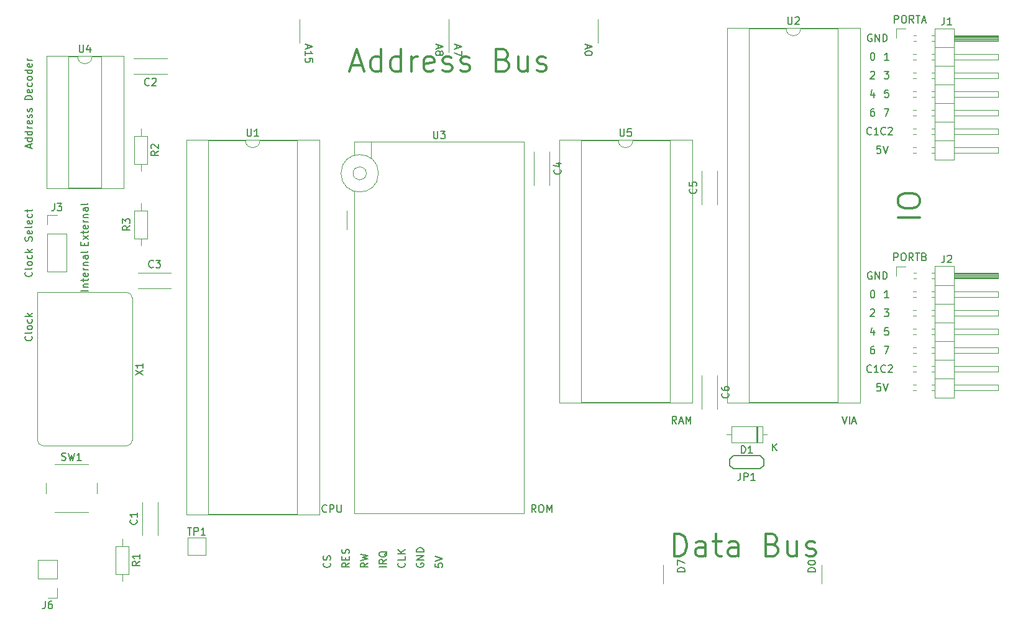
<source format=gbr>
G04 #@! TF.GenerationSoftware,KiCad,Pcbnew,(5.1.5-0-10_14)*
G04 #@! TF.CreationDate,2020-11-20T10:26:45+01:00*
G04 #@! TF.ProjectId,6502,36353032-2e6b-4696-9361-645f70636258,rev?*
G04 #@! TF.SameCoordinates,Original*
G04 #@! TF.FileFunction,Legend,Top*
G04 #@! TF.FilePolarity,Positive*
%FSLAX46Y46*%
G04 Gerber Fmt 4.6, Leading zero omitted, Abs format (unit mm)*
G04 Created by KiCad (PCBNEW (5.1.5-0-10_14)) date 2020-11-20 10:26:45*
%MOMM*%
%LPD*%
G04 APERTURE LIST*
%ADD10C,0.150000*%
%ADD11C,0.120000*%
%ADD12C,0.300000*%
G04 APERTURE END LIST*
D10*
X131532380Y-128728214D02*
X131532380Y-129204404D01*
X132008571Y-129252023D01*
X131960952Y-129204404D01*
X131913333Y-129109166D01*
X131913333Y-128871071D01*
X131960952Y-128775833D01*
X132008571Y-128728214D01*
X132103809Y-128680595D01*
X132341904Y-128680595D01*
X132437142Y-128728214D01*
X132484761Y-128775833D01*
X132532380Y-128871071D01*
X132532380Y-129109166D01*
X132484761Y-129204404D01*
X132437142Y-129252023D01*
X131532380Y-128394880D02*
X132532380Y-128061547D01*
X131532380Y-127728214D01*
X129040000Y-128680595D02*
X128992380Y-128775833D01*
X128992380Y-128918690D01*
X129040000Y-129061547D01*
X129135238Y-129156785D01*
X129230476Y-129204404D01*
X129420952Y-129252023D01*
X129563809Y-129252023D01*
X129754285Y-129204404D01*
X129849523Y-129156785D01*
X129944761Y-129061547D01*
X129992380Y-128918690D01*
X129992380Y-128823452D01*
X129944761Y-128680595D01*
X129897142Y-128632976D01*
X129563809Y-128632976D01*
X129563809Y-128823452D01*
X129992380Y-128204404D02*
X128992380Y-128204404D01*
X129992380Y-127632976D01*
X128992380Y-127632976D01*
X129992380Y-127156785D02*
X128992380Y-127156785D01*
X128992380Y-126918690D01*
X129040000Y-126775833D01*
X129135238Y-126680595D01*
X129230476Y-126632976D01*
X129420952Y-126585357D01*
X129563809Y-126585357D01*
X129754285Y-126632976D01*
X129849523Y-126680595D01*
X129944761Y-126775833D01*
X129992380Y-126918690D01*
X129992380Y-127156785D01*
X127357142Y-128632976D02*
X127404761Y-128680595D01*
X127452380Y-128823452D01*
X127452380Y-128918690D01*
X127404761Y-129061547D01*
X127309523Y-129156785D01*
X127214285Y-129204404D01*
X127023809Y-129252023D01*
X126880952Y-129252023D01*
X126690476Y-129204404D01*
X126595238Y-129156785D01*
X126500000Y-129061547D01*
X126452380Y-128918690D01*
X126452380Y-128823452D01*
X126500000Y-128680595D01*
X126547619Y-128632976D01*
X127452380Y-127728214D02*
X127452380Y-128204404D01*
X126452380Y-128204404D01*
X127452380Y-127394880D02*
X126452380Y-127394880D01*
X127452380Y-126823452D02*
X126880952Y-127252023D01*
X126452380Y-126823452D02*
X127023809Y-127394880D01*
X124912380Y-129204404D02*
X123912380Y-129204404D01*
X124912380Y-128156785D02*
X124436190Y-128490119D01*
X124912380Y-128728214D02*
X123912380Y-128728214D01*
X123912380Y-128347261D01*
X123960000Y-128252023D01*
X124007619Y-128204404D01*
X124102857Y-128156785D01*
X124245714Y-128156785D01*
X124340952Y-128204404D01*
X124388571Y-128252023D01*
X124436190Y-128347261D01*
X124436190Y-128728214D01*
X125007619Y-127061547D02*
X124960000Y-127156785D01*
X124864761Y-127252023D01*
X124721904Y-127394880D01*
X124674285Y-127490119D01*
X124674285Y-127585357D01*
X124912380Y-127537738D02*
X124864761Y-127632976D01*
X124769523Y-127728214D01*
X124579047Y-127775833D01*
X124245714Y-127775833D01*
X124055238Y-127728214D01*
X123960000Y-127632976D01*
X123912380Y-127537738D01*
X123912380Y-127347261D01*
X123960000Y-127252023D01*
X124055238Y-127156785D01*
X124245714Y-127109166D01*
X124579047Y-127109166D01*
X124769523Y-127156785D01*
X124864761Y-127252023D01*
X124912380Y-127347261D01*
X124912380Y-127537738D01*
X122372380Y-128632976D02*
X121896190Y-128966309D01*
X122372380Y-129204404D02*
X121372380Y-129204404D01*
X121372380Y-128823452D01*
X121420000Y-128728214D01*
X121467619Y-128680595D01*
X121562857Y-128632976D01*
X121705714Y-128632976D01*
X121800952Y-128680595D01*
X121848571Y-128728214D01*
X121896190Y-128823452D01*
X121896190Y-129204404D01*
X121372380Y-128299642D02*
X122372380Y-128061547D01*
X121658095Y-127871071D01*
X122372380Y-127680595D01*
X121372380Y-127442500D01*
X119832380Y-128632976D02*
X119356190Y-128966309D01*
X119832380Y-129204404D02*
X118832380Y-129204404D01*
X118832380Y-128823452D01*
X118880000Y-128728214D01*
X118927619Y-128680595D01*
X119022857Y-128632976D01*
X119165714Y-128632976D01*
X119260952Y-128680595D01*
X119308571Y-128728214D01*
X119356190Y-128823452D01*
X119356190Y-129204404D01*
X119308571Y-128204404D02*
X119308571Y-127871071D01*
X119832380Y-127728214D02*
X119832380Y-128204404D01*
X118832380Y-128204404D01*
X118832380Y-127728214D01*
X119784761Y-127347261D02*
X119832380Y-127204404D01*
X119832380Y-126966309D01*
X119784761Y-126871071D01*
X119737142Y-126823452D01*
X119641904Y-126775833D01*
X119546666Y-126775833D01*
X119451428Y-126823452D01*
X119403809Y-126871071D01*
X119356190Y-126966309D01*
X119308571Y-127156785D01*
X119260952Y-127252023D01*
X119213333Y-127299642D01*
X119118095Y-127347261D01*
X119022857Y-127347261D01*
X118927619Y-127299642D01*
X118880000Y-127252023D01*
X118832380Y-127156785D01*
X118832380Y-126918690D01*
X118880000Y-126775833D01*
X117197142Y-128632976D02*
X117244761Y-128680595D01*
X117292380Y-128823452D01*
X117292380Y-128918690D01*
X117244761Y-129061547D01*
X117149523Y-129156785D01*
X117054285Y-129204404D01*
X116863809Y-129252023D01*
X116720952Y-129252023D01*
X116530476Y-129204404D01*
X116435238Y-129156785D01*
X116340000Y-129061547D01*
X116292380Y-128918690D01*
X116292380Y-128823452D01*
X116340000Y-128680595D01*
X116387619Y-128632976D01*
X117244761Y-128252023D02*
X117292380Y-128109166D01*
X117292380Y-127871071D01*
X117244761Y-127775833D01*
X117197142Y-127728214D01*
X117101904Y-127680595D01*
X117006666Y-127680595D01*
X116911428Y-127728214D01*
X116863809Y-127775833D01*
X116816190Y-127871071D01*
X116768571Y-128061547D01*
X116720952Y-128156785D01*
X116673333Y-128204404D01*
X116578095Y-128252023D01*
X116482857Y-128252023D01*
X116387619Y-128204404D01*
X116340000Y-128156785D01*
X116292380Y-128061547D01*
X116292380Y-127823452D01*
X116340000Y-127680595D01*
D11*
X133350000Y-59055000D02*
X133350000Y-54610000D01*
D10*
X134453333Y-58072976D02*
X134453333Y-58549166D01*
X134167619Y-57977738D02*
X135167619Y-58311071D01*
X134167619Y-58644404D01*
X135167619Y-58882500D02*
X135167619Y-59549166D01*
X134167619Y-59120595D01*
X131913333Y-58072976D02*
X131913333Y-58549166D01*
X131627619Y-57977738D02*
X132627619Y-58311071D01*
X131627619Y-58644404D01*
X132199047Y-59120595D02*
X132246666Y-59025357D01*
X132294285Y-58977738D01*
X132389523Y-58930119D01*
X132437142Y-58930119D01*
X132532380Y-58977738D01*
X132580000Y-59025357D01*
X132627619Y-59120595D01*
X132627619Y-59311071D01*
X132580000Y-59406309D01*
X132532380Y-59453928D01*
X132437142Y-59501547D01*
X132389523Y-59501547D01*
X132294285Y-59453928D01*
X132246666Y-59406309D01*
X132199047Y-59311071D01*
X132199047Y-59120595D01*
X132151428Y-59025357D01*
X132103809Y-58977738D01*
X132008571Y-58930119D01*
X131818095Y-58930119D01*
X131722857Y-58977738D01*
X131675238Y-59025357D01*
X131627619Y-59120595D01*
X131627619Y-59311071D01*
X131675238Y-59406309D01*
X131722857Y-59453928D01*
X131818095Y-59501547D01*
X132008571Y-59501547D01*
X132103809Y-59453928D01*
X132151428Y-59406309D01*
X132199047Y-59311071D01*
X183332380Y-129839404D02*
X182332380Y-129839404D01*
X182332380Y-129601309D01*
X182380000Y-129458452D01*
X182475238Y-129363214D01*
X182570476Y-129315595D01*
X182760952Y-129267976D01*
X182903809Y-129267976D01*
X183094285Y-129315595D01*
X183189523Y-129363214D01*
X183284761Y-129458452D01*
X183332380Y-129601309D01*
X183332380Y-129839404D01*
X182332380Y-128648928D02*
X182332380Y-128553690D01*
X182380000Y-128458452D01*
X182427619Y-128410833D01*
X182522857Y-128363214D01*
X182713333Y-128315595D01*
X182951428Y-128315595D01*
X183141904Y-128363214D01*
X183237142Y-128410833D01*
X183284761Y-128458452D01*
X183332380Y-128553690D01*
X183332380Y-128648928D01*
X183284761Y-128744166D01*
X183237142Y-128791785D01*
X183141904Y-128839404D01*
X182951428Y-128887023D01*
X182713333Y-128887023D01*
X182522857Y-128839404D01*
X182427619Y-128791785D01*
X182380000Y-128744166D01*
X182332380Y-128648928D01*
X165552380Y-129839404D02*
X164552380Y-129839404D01*
X164552380Y-129601309D01*
X164600000Y-129458452D01*
X164695238Y-129363214D01*
X164790476Y-129315595D01*
X164980952Y-129267976D01*
X165123809Y-129267976D01*
X165314285Y-129315595D01*
X165409523Y-129363214D01*
X165504761Y-129458452D01*
X165552380Y-129601309D01*
X165552380Y-129839404D01*
X164552380Y-128934642D02*
X164552380Y-128267976D01*
X165552380Y-128696547D01*
D11*
X184150000Y-131445000D02*
X184150000Y-128905000D01*
X162560000Y-131445000D02*
X162560000Y-128905000D01*
D10*
X114133333Y-58072976D02*
X114133333Y-58549166D01*
X113847619Y-57977738D02*
X114847619Y-58311071D01*
X113847619Y-58644404D01*
X113847619Y-59501547D02*
X113847619Y-58930119D01*
X113847619Y-59215833D02*
X114847619Y-59215833D01*
X114704761Y-59120595D01*
X114609523Y-59025357D01*
X114561904Y-58930119D01*
X114847619Y-60406309D02*
X114847619Y-59930119D01*
X114371428Y-59882500D01*
X114419047Y-59930119D01*
X114466666Y-60025357D01*
X114466666Y-60263452D01*
X114419047Y-60358690D01*
X114371428Y-60406309D01*
X114276190Y-60453928D01*
X114038095Y-60453928D01*
X113942857Y-60406309D01*
X113895238Y-60358690D01*
X113847619Y-60263452D01*
X113847619Y-60025357D01*
X113895238Y-59930119D01*
X113942857Y-59882500D01*
X152233333Y-58072976D02*
X152233333Y-58549166D01*
X151947619Y-57977738D02*
X152947619Y-58311071D01*
X151947619Y-58644404D01*
X152947619Y-59168214D02*
X152947619Y-59263452D01*
X152900000Y-59358690D01*
X152852380Y-59406309D01*
X152757142Y-59453928D01*
X152566666Y-59501547D01*
X152328571Y-59501547D01*
X152138095Y-59453928D01*
X152042857Y-59406309D01*
X151995238Y-59358690D01*
X151947619Y-59263452D01*
X151947619Y-59168214D01*
X151995238Y-59072976D01*
X152042857Y-59025357D01*
X152138095Y-58977738D01*
X152328571Y-58930119D01*
X152566666Y-58930119D01*
X152757142Y-58977738D01*
X152852380Y-59025357D01*
X152900000Y-59072976D01*
X152947619Y-59168214D01*
D11*
X113030000Y-57785000D02*
X113030000Y-54610000D01*
X153670000Y-57785000D02*
X153670000Y-54610000D01*
D10*
X76557142Y-97758095D02*
X76604761Y-97805714D01*
X76652380Y-97948571D01*
X76652380Y-98043809D01*
X76604761Y-98186666D01*
X76509523Y-98281904D01*
X76414285Y-98329523D01*
X76223809Y-98377142D01*
X76080952Y-98377142D01*
X75890476Y-98329523D01*
X75795238Y-98281904D01*
X75700000Y-98186666D01*
X75652380Y-98043809D01*
X75652380Y-97948571D01*
X75700000Y-97805714D01*
X75747619Y-97758095D01*
X76652380Y-97186666D02*
X76604761Y-97281904D01*
X76509523Y-97329523D01*
X75652380Y-97329523D01*
X76652380Y-96662857D02*
X76604761Y-96758095D01*
X76557142Y-96805714D01*
X76461904Y-96853333D01*
X76176190Y-96853333D01*
X76080952Y-96805714D01*
X76033333Y-96758095D01*
X75985714Y-96662857D01*
X75985714Y-96520000D01*
X76033333Y-96424761D01*
X76080952Y-96377142D01*
X76176190Y-96329523D01*
X76461904Y-96329523D01*
X76557142Y-96377142D01*
X76604761Y-96424761D01*
X76652380Y-96520000D01*
X76652380Y-96662857D01*
X76604761Y-95472380D02*
X76652380Y-95567619D01*
X76652380Y-95758095D01*
X76604761Y-95853333D01*
X76557142Y-95900952D01*
X76461904Y-95948571D01*
X76176190Y-95948571D01*
X76080952Y-95900952D01*
X76033333Y-95853333D01*
X75985714Y-95758095D01*
X75985714Y-95567619D01*
X76033333Y-95472380D01*
X76652380Y-95043809D02*
X75652380Y-95043809D01*
X76271428Y-94948571D02*
X76652380Y-94662857D01*
X75985714Y-94662857D02*
X76366666Y-95043809D01*
X76366666Y-72111428D02*
X76366666Y-71635238D01*
X76652380Y-72206666D02*
X75652380Y-71873333D01*
X76652380Y-71540000D01*
X76652380Y-70778095D02*
X75652380Y-70778095D01*
X76604761Y-70778095D02*
X76652380Y-70873333D01*
X76652380Y-71063809D01*
X76604761Y-71159047D01*
X76557142Y-71206666D01*
X76461904Y-71254285D01*
X76176190Y-71254285D01*
X76080952Y-71206666D01*
X76033333Y-71159047D01*
X75985714Y-71063809D01*
X75985714Y-70873333D01*
X76033333Y-70778095D01*
X76652380Y-69873333D02*
X75652380Y-69873333D01*
X76604761Y-69873333D02*
X76652380Y-69968571D01*
X76652380Y-70159047D01*
X76604761Y-70254285D01*
X76557142Y-70301904D01*
X76461904Y-70349523D01*
X76176190Y-70349523D01*
X76080952Y-70301904D01*
X76033333Y-70254285D01*
X75985714Y-70159047D01*
X75985714Y-69968571D01*
X76033333Y-69873333D01*
X76652380Y-69397142D02*
X75985714Y-69397142D01*
X76176190Y-69397142D02*
X76080952Y-69349523D01*
X76033333Y-69301904D01*
X75985714Y-69206666D01*
X75985714Y-69111428D01*
X76604761Y-68397142D02*
X76652380Y-68492380D01*
X76652380Y-68682857D01*
X76604761Y-68778095D01*
X76509523Y-68825714D01*
X76128571Y-68825714D01*
X76033333Y-68778095D01*
X75985714Y-68682857D01*
X75985714Y-68492380D01*
X76033333Y-68397142D01*
X76128571Y-68349523D01*
X76223809Y-68349523D01*
X76319047Y-68825714D01*
X76604761Y-67968571D02*
X76652380Y-67873333D01*
X76652380Y-67682857D01*
X76604761Y-67587619D01*
X76509523Y-67540000D01*
X76461904Y-67540000D01*
X76366666Y-67587619D01*
X76319047Y-67682857D01*
X76319047Y-67825714D01*
X76271428Y-67920952D01*
X76176190Y-67968571D01*
X76128571Y-67968571D01*
X76033333Y-67920952D01*
X75985714Y-67825714D01*
X75985714Y-67682857D01*
X76033333Y-67587619D01*
X76604761Y-67159047D02*
X76652380Y-67063809D01*
X76652380Y-66873333D01*
X76604761Y-66778095D01*
X76509523Y-66730476D01*
X76461904Y-66730476D01*
X76366666Y-66778095D01*
X76319047Y-66873333D01*
X76319047Y-67016190D01*
X76271428Y-67111428D01*
X76176190Y-67159047D01*
X76128571Y-67159047D01*
X76033333Y-67111428D01*
X75985714Y-67016190D01*
X75985714Y-66873333D01*
X76033333Y-66778095D01*
X76652380Y-65540000D02*
X75652380Y-65540000D01*
X75652380Y-65301904D01*
X75700000Y-65159047D01*
X75795238Y-65063809D01*
X75890476Y-65016190D01*
X76080952Y-64968571D01*
X76223809Y-64968571D01*
X76414285Y-65016190D01*
X76509523Y-65063809D01*
X76604761Y-65159047D01*
X76652380Y-65301904D01*
X76652380Y-65540000D01*
X76604761Y-64159047D02*
X76652380Y-64254285D01*
X76652380Y-64444761D01*
X76604761Y-64540000D01*
X76509523Y-64587619D01*
X76128571Y-64587619D01*
X76033333Y-64540000D01*
X75985714Y-64444761D01*
X75985714Y-64254285D01*
X76033333Y-64159047D01*
X76128571Y-64111428D01*
X76223809Y-64111428D01*
X76319047Y-64587619D01*
X76604761Y-63254285D02*
X76652380Y-63349523D01*
X76652380Y-63540000D01*
X76604761Y-63635238D01*
X76557142Y-63682857D01*
X76461904Y-63730476D01*
X76176190Y-63730476D01*
X76080952Y-63682857D01*
X76033333Y-63635238D01*
X75985714Y-63540000D01*
X75985714Y-63349523D01*
X76033333Y-63254285D01*
X76652380Y-62682857D02*
X76604761Y-62778095D01*
X76557142Y-62825714D01*
X76461904Y-62873333D01*
X76176190Y-62873333D01*
X76080952Y-62825714D01*
X76033333Y-62778095D01*
X75985714Y-62682857D01*
X75985714Y-62540000D01*
X76033333Y-62444761D01*
X76080952Y-62397142D01*
X76176190Y-62349523D01*
X76461904Y-62349523D01*
X76557142Y-62397142D01*
X76604761Y-62444761D01*
X76652380Y-62540000D01*
X76652380Y-62682857D01*
X76652380Y-61492380D02*
X75652380Y-61492380D01*
X76604761Y-61492380D02*
X76652380Y-61587619D01*
X76652380Y-61778095D01*
X76604761Y-61873333D01*
X76557142Y-61920952D01*
X76461904Y-61968571D01*
X76176190Y-61968571D01*
X76080952Y-61920952D01*
X76033333Y-61873333D01*
X75985714Y-61778095D01*
X75985714Y-61587619D01*
X76033333Y-61492380D01*
X76604761Y-60635238D02*
X76652380Y-60730476D01*
X76652380Y-60920952D01*
X76604761Y-61016190D01*
X76509523Y-61063809D01*
X76128571Y-61063809D01*
X76033333Y-61016190D01*
X75985714Y-60920952D01*
X75985714Y-60730476D01*
X76033333Y-60635238D01*
X76128571Y-60587619D01*
X76223809Y-60587619D01*
X76319047Y-61063809D01*
X76652380Y-60159047D02*
X75985714Y-60159047D01*
X76176190Y-60159047D02*
X76080952Y-60111428D01*
X76033333Y-60063809D01*
X75985714Y-59968571D01*
X75985714Y-59873333D01*
X192214523Y-104227380D02*
X191738333Y-104227380D01*
X191690714Y-104703571D01*
X191738333Y-104655952D01*
X191833571Y-104608333D01*
X192071666Y-104608333D01*
X192166904Y-104655952D01*
X192214523Y-104703571D01*
X192262142Y-104798809D01*
X192262142Y-105036904D01*
X192214523Y-105132142D01*
X192166904Y-105179761D01*
X192071666Y-105227380D01*
X191833571Y-105227380D01*
X191738333Y-105179761D01*
X191690714Y-105132142D01*
X192547857Y-104227380D02*
X192881190Y-105227380D01*
X193214523Y-104227380D01*
X191325476Y-99147380D02*
X191135000Y-99147380D01*
X191039761Y-99195000D01*
X190992142Y-99242619D01*
X190896904Y-99385476D01*
X190849285Y-99575952D01*
X190849285Y-99956904D01*
X190896904Y-100052142D01*
X190944523Y-100099761D01*
X191039761Y-100147380D01*
X191230238Y-100147380D01*
X191325476Y-100099761D01*
X191373095Y-100052142D01*
X191420714Y-99956904D01*
X191420714Y-99718809D01*
X191373095Y-99623571D01*
X191325476Y-99575952D01*
X191230238Y-99528333D01*
X191039761Y-99528333D01*
X190944523Y-99575952D01*
X190896904Y-99623571D01*
X190849285Y-99718809D01*
X192873333Y-102592142D02*
X192825714Y-102639761D01*
X192682857Y-102687380D01*
X192587619Y-102687380D01*
X192444761Y-102639761D01*
X192349523Y-102544523D01*
X192301904Y-102449285D01*
X192254285Y-102258809D01*
X192254285Y-102115952D01*
X192301904Y-101925476D01*
X192349523Y-101830238D01*
X192444761Y-101735000D01*
X192587619Y-101687380D01*
X192682857Y-101687380D01*
X192825714Y-101735000D01*
X192873333Y-101782619D01*
X193254285Y-101782619D02*
X193301904Y-101735000D01*
X193397142Y-101687380D01*
X193635238Y-101687380D01*
X193730476Y-101735000D01*
X193778095Y-101782619D01*
X193825714Y-101877857D01*
X193825714Y-101973095D01*
X193778095Y-102115952D01*
X193206666Y-102687380D01*
X193825714Y-102687380D01*
X192706666Y-99147380D02*
X193373333Y-99147380D01*
X192944761Y-100147380D01*
X193325714Y-92527380D02*
X192754285Y-92527380D01*
X193040000Y-92527380D02*
X193040000Y-91527380D01*
X192944761Y-91670238D01*
X192849523Y-91765476D01*
X192754285Y-91813095D01*
X191087380Y-91527380D02*
X191182619Y-91527380D01*
X191277857Y-91575000D01*
X191325476Y-91622619D01*
X191373095Y-91717857D01*
X191420714Y-91908333D01*
X191420714Y-92146428D01*
X191373095Y-92336904D01*
X191325476Y-92432142D01*
X191277857Y-92479761D01*
X191182619Y-92527380D01*
X191087380Y-92527380D01*
X190992142Y-92479761D01*
X190944523Y-92432142D01*
X190896904Y-92336904D01*
X190849285Y-92146428D01*
X190849285Y-91908333D01*
X190896904Y-91717857D01*
X190944523Y-91622619D01*
X190992142Y-91575000D01*
X191087380Y-91527380D01*
X192706666Y-94067380D02*
X193325714Y-94067380D01*
X192992380Y-94448333D01*
X193135238Y-94448333D01*
X193230476Y-94495952D01*
X193278095Y-94543571D01*
X193325714Y-94638809D01*
X193325714Y-94876904D01*
X193278095Y-94972142D01*
X193230476Y-95019761D01*
X193135238Y-95067380D01*
X192849523Y-95067380D01*
X192754285Y-95019761D01*
X192706666Y-94972142D01*
X191008095Y-89035000D02*
X190912857Y-88987380D01*
X190770000Y-88987380D01*
X190627142Y-89035000D01*
X190531904Y-89130238D01*
X190484285Y-89225476D01*
X190436666Y-89415952D01*
X190436666Y-89558809D01*
X190484285Y-89749285D01*
X190531904Y-89844523D01*
X190627142Y-89939761D01*
X190770000Y-89987380D01*
X190865238Y-89987380D01*
X191008095Y-89939761D01*
X191055714Y-89892142D01*
X191055714Y-89558809D01*
X190865238Y-89558809D01*
X191484285Y-89987380D02*
X191484285Y-88987380D01*
X192055714Y-89987380D01*
X192055714Y-88987380D01*
X192531904Y-89987380D02*
X192531904Y-88987380D01*
X192770000Y-88987380D01*
X192912857Y-89035000D01*
X193008095Y-89130238D01*
X193055714Y-89225476D01*
X193103333Y-89415952D01*
X193103333Y-89558809D01*
X193055714Y-89749285D01*
X193008095Y-89844523D01*
X192912857Y-89939761D01*
X192770000Y-89987380D01*
X192531904Y-89987380D01*
X190968333Y-102592142D02*
X190920714Y-102639761D01*
X190777857Y-102687380D01*
X190682619Y-102687380D01*
X190539761Y-102639761D01*
X190444523Y-102544523D01*
X190396904Y-102449285D01*
X190349285Y-102258809D01*
X190349285Y-102115952D01*
X190396904Y-101925476D01*
X190444523Y-101830238D01*
X190539761Y-101735000D01*
X190682619Y-101687380D01*
X190777857Y-101687380D01*
X190920714Y-101735000D01*
X190968333Y-101782619D01*
X191920714Y-102687380D02*
X191349285Y-102687380D01*
X191635000Y-102687380D02*
X191635000Y-101687380D01*
X191539761Y-101830238D01*
X191444523Y-101925476D01*
X191349285Y-101973095D01*
X191325476Y-96940714D02*
X191325476Y-97607380D01*
X191087380Y-96559761D02*
X190849285Y-97274047D01*
X191468333Y-97274047D01*
X193278095Y-96607380D02*
X192801904Y-96607380D01*
X192754285Y-97083571D01*
X192801904Y-97035952D01*
X192897142Y-96988333D01*
X193135238Y-96988333D01*
X193230476Y-97035952D01*
X193278095Y-97083571D01*
X193325714Y-97178809D01*
X193325714Y-97416904D01*
X193278095Y-97512142D01*
X193230476Y-97559761D01*
X193135238Y-97607380D01*
X192897142Y-97607380D01*
X192801904Y-97559761D01*
X192754285Y-97512142D01*
X190849285Y-94162619D02*
X190896904Y-94115000D01*
X190992142Y-94067380D01*
X191230238Y-94067380D01*
X191325476Y-94115000D01*
X191373095Y-94162619D01*
X191420714Y-94257857D01*
X191420714Y-94353095D01*
X191373095Y-94495952D01*
X190801666Y-95067380D01*
X191420714Y-95067380D01*
X192873333Y-70207142D02*
X192825714Y-70254761D01*
X192682857Y-70302380D01*
X192587619Y-70302380D01*
X192444761Y-70254761D01*
X192349523Y-70159523D01*
X192301904Y-70064285D01*
X192254285Y-69873809D01*
X192254285Y-69730952D01*
X192301904Y-69540476D01*
X192349523Y-69445238D01*
X192444761Y-69350000D01*
X192587619Y-69302380D01*
X192682857Y-69302380D01*
X192825714Y-69350000D01*
X192873333Y-69397619D01*
X193254285Y-69397619D02*
X193301904Y-69350000D01*
X193397142Y-69302380D01*
X193635238Y-69302380D01*
X193730476Y-69350000D01*
X193778095Y-69397619D01*
X193825714Y-69492857D01*
X193825714Y-69588095D01*
X193778095Y-69730952D01*
X193206666Y-70302380D01*
X193825714Y-70302380D01*
X190968333Y-70207142D02*
X190920714Y-70254761D01*
X190777857Y-70302380D01*
X190682619Y-70302380D01*
X190539761Y-70254761D01*
X190444523Y-70159523D01*
X190396904Y-70064285D01*
X190349285Y-69873809D01*
X190349285Y-69730952D01*
X190396904Y-69540476D01*
X190444523Y-69445238D01*
X190539761Y-69350000D01*
X190682619Y-69302380D01*
X190777857Y-69302380D01*
X190920714Y-69350000D01*
X190968333Y-69397619D01*
X191920714Y-70302380D02*
X191349285Y-70302380D01*
X191635000Y-70302380D02*
X191635000Y-69302380D01*
X191539761Y-69445238D01*
X191444523Y-69540476D01*
X191349285Y-69588095D01*
X192706666Y-66762380D02*
X193373333Y-66762380D01*
X192944761Y-67762380D01*
X191325476Y-66762380D02*
X191135000Y-66762380D01*
X191039761Y-66810000D01*
X190992142Y-66857619D01*
X190896904Y-67000476D01*
X190849285Y-67190952D01*
X190849285Y-67571904D01*
X190896904Y-67667142D01*
X190944523Y-67714761D01*
X191039761Y-67762380D01*
X191230238Y-67762380D01*
X191325476Y-67714761D01*
X191373095Y-67667142D01*
X191420714Y-67571904D01*
X191420714Y-67333809D01*
X191373095Y-67238571D01*
X191325476Y-67190952D01*
X191230238Y-67143333D01*
X191039761Y-67143333D01*
X190944523Y-67190952D01*
X190896904Y-67238571D01*
X190849285Y-67333809D01*
X193278095Y-64222380D02*
X192801904Y-64222380D01*
X192754285Y-64698571D01*
X192801904Y-64650952D01*
X192897142Y-64603333D01*
X193135238Y-64603333D01*
X193230476Y-64650952D01*
X193278095Y-64698571D01*
X193325714Y-64793809D01*
X193325714Y-65031904D01*
X193278095Y-65127142D01*
X193230476Y-65174761D01*
X193135238Y-65222380D01*
X192897142Y-65222380D01*
X192801904Y-65174761D01*
X192754285Y-65127142D01*
X191325476Y-64555714D02*
X191325476Y-65222380D01*
X191087380Y-64174761D02*
X190849285Y-64889047D01*
X191468333Y-64889047D01*
X192706666Y-61682380D02*
X193325714Y-61682380D01*
X192992380Y-62063333D01*
X193135238Y-62063333D01*
X193230476Y-62110952D01*
X193278095Y-62158571D01*
X193325714Y-62253809D01*
X193325714Y-62491904D01*
X193278095Y-62587142D01*
X193230476Y-62634761D01*
X193135238Y-62682380D01*
X192849523Y-62682380D01*
X192754285Y-62634761D01*
X192706666Y-62587142D01*
X190849285Y-61777619D02*
X190896904Y-61730000D01*
X190992142Y-61682380D01*
X191230238Y-61682380D01*
X191325476Y-61730000D01*
X191373095Y-61777619D01*
X191420714Y-61872857D01*
X191420714Y-61968095D01*
X191373095Y-62110952D01*
X190801666Y-62682380D01*
X191420714Y-62682380D01*
X193325714Y-60142380D02*
X192754285Y-60142380D01*
X193040000Y-60142380D02*
X193040000Y-59142380D01*
X192944761Y-59285238D01*
X192849523Y-59380476D01*
X192754285Y-59428095D01*
X191087380Y-59142380D02*
X191182619Y-59142380D01*
X191277857Y-59190000D01*
X191325476Y-59237619D01*
X191373095Y-59332857D01*
X191420714Y-59523333D01*
X191420714Y-59761428D01*
X191373095Y-59951904D01*
X191325476Y-60047142D01*
X191277857Y-60094761D01*
X191182619Y-60142380D01*
X191087380Y-60142380D01*
X190992142Y-60094761D01*
X190944523Y-60047142D01*
X190896904Y-59951904D01*
X190849285Y-59761428D01*
X190849285Y-59523333D01*
X190896904Y-59332857D01*
X190944523Y-59237619D01*
X190992142Y-59190000D01*
X191087380Y-59142380D01*
X194048333Y-87447380D02*
X194048333Y-86447380D01*
X194429285Y-86447380D01*
X194524523Y-86495000D01*
X194572142Y-86542619D01*
X194619761Y-86637857D01*
X194619761Y-86780714D01*
X194572142Y-86875952D01*
X194524523Y-86923571D01*
X194429285Y-86971190D01*
X194048333Y-86971190D01*
X195238809Y-86447380D02*
X195429285Y-86447380D01*
X195524523Y-86495000D01*
X195619761Y-86590238D01*
X195667380Y-86780714D01*
X195667380Y-87114047D01*
X195619761Y-87304523D01*
X195524523Y-87399761D01*
X195429285Y-87447380D01*
X195238809Y-87447380D01*
X195143571Y-87399761D01*
X195048333Y-87304523D01*
X195000714Y-87114047D01*
X195000714Y-86780714D01*
X195048333Y-86590238D01*
X195143571Y-86495000D01*
X195238809Y-86447380D01*
X196667380Y-87447380D02*
X196334047Y-86971190D01*
X196095952Y-87447380D02*
X196095952Y-86447380D01*
X196476904Y-86447380D01*
X196572142Y-86495000D01*
X196619761Y-86542619D01*
X196667380Y-86637857D01*
X196667380Y-86780714D01*
X196619761Y-86875952D01*
X196572142Y-86923571D01*
X196476904Y-86971190D01*
X196095952Y-86971190D01*
X196953095Y-86447380D02*
X197524523Y-86447380D01*
X197238809Y-87447380D02*
X197238809Y-86447380D01*
X198191190Y-86923571D02*
X198334047Y-86971190D01*
X198381666Y-87018809D01*
X198429285Y-87114047D01*
X198429285Y-87256904D01*
X198381666Y-87352142D01*
X198334047Y-87399761D01*
X198238809Y-87447380D01*
X197857857Y-87447380D01*
X197857857Y-86447380D01*
X198191190Y-86447380D01*
X198286428Y-86495000D01*
X198334047Y-86542619D01*
X198381666Y-86637857D01*
X198381666Y-86733095D01*
X198334047Y-86828333D01*
X198286428Y-86875952D01*
X198191190Y-86923571D01*
X197857857Y-86923571D01*
X194119761Y-55062380D02*
X194119761Y-54062380D01*
X194500714Y-54062380D01*
X194595952Y-54110000D01*
X194643571Y-54157619D01*
X194691190Y-54252857D01*
X194691190Y-54395714D01*
X194643571Y-54490952D01*
X194595952Y-54538571D01*
X194500714Y-54586190D01*
X194119761Y-54586190D01*
X195310238Y-54062380D02*
X195500714Y-54062380D01*
X195595952Y-54110000D01*
X195691190Y-54205238D01*
X195738809Y-54395714D01*
X195738809Y-54729047D01*
X195691190Y-54919523D01*
X195595952Y-55014761D01*
X195500714Y-55062380D01*
X195310238Y-55062380D01*
X195215000Y-55014761D01*
X195119761Y-54919523D01*
X195072142Y-54729047D01*
X195072142Y-54395714D01*
X195119761Y-54205238D01*
X195215000Y-54110000D01*
X195310238Y-54062380D01*
X196738809Y-55062380D02*
X196405476Y-54586190D01*
X196167380Y-55062380D02*
X196167380Y-54062380D01*
X196548333Y-54062380D01*
X196643571Y-54110000D01*
X196691190Y-54157619D01*
X196738809Y-54252857D01*
X196738809Y-54395714D01*
X196691190Y-54490952D01*
X196643571Y-54538571D01*
X196548333Y-54586190D01*
X196167380Y-54586190D01*
X197024523Y-54062380D02*
X197595952Y-54062380D01*
X197310238Y-55062380D02*
X197310238Y-54062380D01*
X197881666Y-54776666D02*
X198357857Y-54776666D01*
X197786428Y-55062380D02*
X198119761Y-54062380D01*
X198453095Y-55062380D01*
X192214523Y-71842380D02*
X191738333Y-71842380D01*
X191690714Y-72318571D01*
X191738333Y-72270952D01*
X191833571Y-72223333D01*
X192071666Y-72223333D01*
X192166904Y-72270952D01*
X192214523Y-72318571D01*
X192262142Y-72413809D01*
X192262142Y-72651904D01*
X192214523Y-72747142D01*
X192166904Y-72794761D01*
X192071666Y-72842380D01*
X191833571Y-72842380D01*
X191738333Y-72794761D01*
X191690714Y-72747142D01*
X192547857Y-71842380D02*
X192881190Y-72842380D01*
X193214523Y-71842380D01*
X191008095Y-56650000D02*
X190912857Y-56602380D01*
X190770000Y-56602380D01*
X190627142Y-56650000D01*
X190531904Y-56745238D01*
X190484285Y-56840476D01*
X190436666Y-57030952D01*
X190436666Y-57173809D01*
X190484285Y-57364285D01*
X190531904Y-57459523D01*
X190627142Y-57554761D01*
X190770000Y-57602380D01*
X190865238Y-57602380D01*
X191008095Y-57554761D01*
X191055714Y-57507142D01*
X191055714Y-57173809D01*
X190865238Y-57173809D01*
X191484285Y-57602380D02*
X191484285Y-56602380D01*
X192055714Y-57602380D01*
X192055714Y-56602380D01*
X192531904Y-57602380D02*
X192531904Y-56602380D01*
X192770000Y-56602380D01*
X192912857Y-56650000D01*
X193008095Y-56745238D01*
X193055714Y-56840476D01*
X193103333Y-57030952D01*
X193103333Y-57173809D01*
X193055714Y-57364285D01*
X193008095Y-57459523D01*
X192912857Y-57554761D01*
X192770000Y-57602380D01*
X192531904Y-57602380D01*
X186960000Y-108672380D02*
X187293333Y-109672380D01*
X187626666Y-108672380D01*
X187960000Y-109672380D02*
X187960000Y-108672380D01*
X188388571Y-109386666D02*
X188864761Y-109386666D01*
X188293333Y-109672380D02*
X188626666Y-108672380D01*
X188960000Y-109672380D01*
X145264285Y-121737380D02*
X144930952Y-121261190D01*
X144692857Y-121737380D02*
X144692857Y-120737380D01*
X145073809Y-120737380D01*
X145169047Y-120785000D01*
X145216666Y-120832619D01*
X145264285Y-120927857D01*
X145264285Y-121070714D01*
X145216666Y-121165952D01*
X145169047Y-121213571D01*
X145073809Y-121261190D01*
X144692857Y-121261190D01*
X145883333Y-120737380D02*
X146073809Y-120737380D01*
X146169047Y-120785000D01*
X146264285Y-120880238D01*
X146311904Y-121070714D01*
X146311904Y-121404047D01*
X146264285Y-121594523D01*
X146169047Y-121689761D01*
X146073809Y-121737380D01*
X145883333Y-121737380D01*
X145788095Y-121689761D01*
X145692857Y-121594523D01*
X145645238Y-121404047D01*
X145645238Y-121070714D01*
X145692857Y-120880238D01*
X145788095Y-120785000D01*
X145883333Y-120737380D01*
X146740476Y-121737380D02*
X146740476Y-120737380D01*
X147073809Y-121451666D01*
X147407142Y-120737380D01*
X147407142Y-121737380D01*
X164409523Y-109672380D02*
X164076190Y-109196190D01*
X163838095Y-109672380D02*
X163838095Y-108672380D01*
X164219047Y-108672380D01*
X164314285Y-108720000D01*
X164361904Y-108767619D01*
X164409523Y-108862857D01*
X164409523Y-109005714D01*
X164361904Y-109100952D01*
X164314285Y-109148571D01*
X164219047Y-109196190D01*
X163838095Y-109196190D01*
X164790476Y-109386666D02*
X165266666Y-109386666D01*
X164695238Y-109672380D02*
X165028571Y-108672380D01*
X165361904Y-109672380D01*
X165695238Y-109672380D02*
X165695238Y-108672380D01*
X166028571Y-109386666D01*
X166361904Y-108672380D01*
X166361904Y-109672380D01*
X116760714Y-121642142D02*
X116713095Y-121689761D01*
X116570238Y-121737380D01*
X116475000Y-121737380D01*
X116332142Y-121689761D01*
X116236904Y-121594523D01*
X116189285Y-121499285D01*
X116141666Y-121308809D01*
X116141666Y-121165952D01*
X116189285Y-120975476D01*
X116236904Y-120880238D01*
X116332142Y-120785000D01*
X116475000Y-120737380D01*
X116570238Y-120737380D01*
X116713095Y-120785000D01*
X116760714Y-120832619D01*
X117189285Y-121737380D02*
X117189285Y-120737380D01*
X117570238Y-120737380D01*
X117665476Y-120785000D01*
X117713095Y-120832619D01*
X117760714Y-120927857D01*
X117760714Y-121070714D01*
X117713095Y-121165952D01*
X117665476Y-121213571D01*
X117570238Y-121261190D01*
X117189285Y-121261190D01*
X118189285Y-120737380D02*
X118189285Y-121546904D01*
X118236904Y-121642142D01*
X118284523Y-121689761D01*
X118379761Y-121737380D01*
X118570238Y-121737380D01*
X118665476Y-121689761D01*
X118713095Y-121642142D01*
X118760714Y-121546904D01*
X118760714Y-120737380D01*
D12*
X197572142Y-81581428D02*
X194572142Y-81581428D01*
X194572142Y-79581428D02*
X194572142Y-79010000D01*
X194715000Y-78724285D01*
X195000714Y-78438571D01*
X195572142Y-78295714D01*
X196572142Y-78295714D01*
X197143571Y-78438571D01*
X197429285Y-78724285D01*
X197572142Y-79010000D01*
X197572142Y-79581428D01*
X197429285Y-79867142D01*
X197143571Y-80152857D01*
X196572142Y-80295714D01*
X195572142Y-80295714D01*
X195000714Y-80152857D01*
X194715000Y-79867142D01*
X194572142Y-79581428D01*
X164104285Y-127722142D02*
X164104285Y-124722143D01*
X164818570Y-124722143D01*
X165247142Y-124865000D01*
X165532856Y-125150714D01*
X165675713Y-125436428D01*
X165818570Y-126007857D01*
X165818570Y-126436428D01*
X165675713Y-127007856D01*
X165532856Y-127293571D01*
X165247142Y-127579285D01*
X164818570Y-127722142D01*
X164104285Y-127722142D01*
X168389998Y-127722142D02*
X168389998Y-126150714D01*
X168247141Y-125865000D01*
X167961427Y-125722143D01*
X167389998Y-125722143D01*
X167104284Y-125865000D01*
X168389998Y-127579285D02*
X168104284Y-127722142D01*
X167389998Y-127722142D01*
X167104284Y-127579285D01*
X166961427Y-127293571D01*
X166961427Y-127007856D01*
X167104284Y-126722142D01*
X167389998Y-126579285D01*
X168104284Y-126579285D01*
X168389998Y-126436428D01*
X169389998Y-125722143D02*
X170532854Y-125722143D01*
X169818569Y-124722143D02*
X169818569Y-127293571D01*
X169961426Y-127579285D01*
X170247140Y-127722142D01*
X170532854Y-127722142D01*
X172818568Y-127722142D02*
X172818568Y-126150714D01*
X172675711Y-125865000D01*
X172389997Y-125722143D01*
X171818568Y-125722143D01*
X171532854Y-125865000D01*
X172818568Y-127579285D02*
X172532854Y-127722142D01*
X171818568Y-127722142D01*
X171532854Y-127579285D01*
X171389997Y-127293571D01*
X171389997Y-127007856D01*
X171532854Y-126722142D01*
X171818568Y-126579285D01*
X172532854Y-126579285D01*
X172818568Y-126436428D01*
X177532852Y-126150714D02*
X177961423Y-126293571D01*
X178104280Y-126436428D01*
X178247137Y-126722142D01*
X178247137Y-127150714D01*
X178104280Y-127436428D01*
X177961423Y-127579285D01*
X177675709Y-127722142D01*
X176532852Y-127722142D01*
X176532852Y-124722143D01*
X177532852Y-124722143D01*
X177818566Y-124865000D01*
X177961423Y-125007857D01*
X178104280Y-125293571D01*
X178104280Y-125579285D01*
X177961423Y-125865000D01*
X177818566Y-126007857D01*
X177532852Y-126150714D01*
X176532852Y-126150714D01*
X180818565Y-125722143D02*
X180818565Y-127722142D01*
X179532851Y-125722143D02*
X179532851Y-127293571D01*
X179675708Y-127579285D01*
X179961423Y-127722142D01*
X180389994Y-127722142D01*
X180675708Y-127579285D01*
X180818565Y-127436428D01*
X182104279Y-127579285D02*
X182389993Y-127722142D01*
X182961422Y-127722142D01*
X183247136Y-127579285D01*
X183389993Y-127293571D01*
X183389993Y-127150714D01*
X183247136Y-126864999D01*
X182961422Y-126722142D01*
X182532850Y-126722142D01*
X182247136Y-126579285D01*
X182104279Y-126293571D01*
X182104279Y-126150714D01*
X182247136Y-125865000D01*
X182532850Y-125722143D01*
X182961422Y-125722143D01*
X183247136Y-125865000D01*
X120146428Y-60824999D02*
X121574999Y-60824999D01*
X119860714Y-61682142D02*
X120860713Y-58682143D01*
X121860713Y-61682142D01*
X124146427Y-61682142D02*
X124146427Y-58682143D01*
X124146427Y-61539285D02*
X123860712Y-61682142D01*
X123289284Y-61682142D01*
X123003570Y-61539285D01*
X122860713Y-61396428D01*
X122717856Y-61110714D01*
X122717856Y-60253571D01*
X122860713Y-59967857D01*
X123003570Y-59825000D01*
X123289284Y-59682143D01*
X123860712Y-59682143D01*
X124146427Y-59825000D01*
X126860711Y-61682142D02*
X126860711Y-58682143D01*
X126860711Y-61539285D02*
X126574997Y-61682142D01*
X126003569Y-61682142D01*
X125717855Y-61539285D01*
X125574998Y-61396428D01*
X125432140Y-61110714D01*
X125432140Y-60253571D01*
X125574998Y-59967857D01*
X125717855Y-59825000D01*
X126003569Y-59682143D01*
X126574997Y-59682143D01*
X126860711Y-59825000D01*
X128289282Y-61682142D02*
X128289282Y-59682143D01*
X128289282Y-60253571D02*
X128432139Y-59967857D01*
X128574997Y-59825000D01*
X128860711Y-59682143D01*
X129146425Y-59682143D01*
X131289281Y-61539285D02*
X131003567Y-61682142D01*
X130432139Y-61682142D01*
X130146425Y-61539285D01*
X130003567Y-61253571D01*
X130003567Y-60110714D01*
X130146425Y-59825000D01*
X130432139Y-59682143D01*
X131003567Y-59682143D01*
X131289281Y-59825000D01*
X131432138Y-60110714D01*
X131432138Y-60396428D01*
X130003567Y-60682142D01*
X132574995Y-61539285D02*
X132860709Y-61682142D01*
X133432138Y-61682142D01*
X133717852Y-61539285D01*
X133860709Y-61253571D01*
X133860709Y-61110714D01*
X133717852Y-60824999D01*
X133432138Y-60682142D01*
X133003566Y-60682142D01*
X132717852Y-60539285D01*
X132574995Y-60253571D01*
X132574995Y-60110714D01*
X132717852Y-59825000D01*
X133003566Y-59682143D01*
X133432138Y-59682143D01*
X133717852Y-59825000D01*
X135003566Y-61539285D02*
X135289280Y-61682142D01*
X135860708Y-61682142D01*
X136146423Y-61539285D01*
X136289280Y-61253571D01*
X136289280Y-61110714D01*
X136146423Y-60824999D01*
X135860708Y-60682142D01*
X135432137Y-60682142D01*
X135146423Y-60539285D01*
X135003566Y-60253571D01*
X135003566Y-60110714D01*
X135146423Y-59825000D01*
X135432137Y-59682143D01*
X135860708Y-59682143D01*
X136146423Y-59825000D01*
X140860707Y-60110714D02*
X141289278Y-60253571D01*
X141432135Y-60396428D01*
X141574992Y-60682142D01*
X141574992Y-61110714D01*
X141432135Y-61396428D01*
X141289278Y-61539285D01*
X141003564Y-61682142D01*
X139860707Y-61682142D01*
X139860707Y-58682143D01*
X140860707Y-58682143D01*
X141146421Y-58825000D01*
X141289278Y-58967857D01*
X141432135Y-59253571D01*
X141432135Y-59539285D01*
X141289278Y-59825000D01*
X141146421Y-59967857D01*
X140860707Y-60110714D01*
X139860707Y-60110714D01*
X144146420Y-59682143D02*
X144146420Y-61682142D01*
X142860706Y-59682143D02*
X142860706Y-61253571D01*
X143003563Y-61539285D01*
X143289277Y-61682142D01*
X143717849Y-61682142D01*
X144003563Y-61539285D01*
X144146420Y-61396428D01*
X145432134Y-61539285D02*
X145717848Y-61682142D01*
X146289276Y-61682142D01*
X146574991Y-61539285D01*
X146717848Y-61253571D01*
X146717848Y-61110714D01*
X146574991Y-60824999D01*
X146289276Y-60682142D01*
X145860705Y-60682142D01*
X145574991Y-60539285D01*
X145432134Y-60253571D01*
X145432134Y-60110714D01*
X145574991Y-59825000D01*
X145860705Y-59682143D01*
X146289276Y-59682143D01*
X146574991Y-59825000D01*
D10*
X76557142Y-89018571D02*
X76604761Y-89066190D01*
X76652380Y-89209047D01*
X76652380Y-89304285D01*
X76604761Y-89447142D01*
X76509523Y-89542380D01*
X76414285Y-89590000D01*
X76223809Y-89637619D01*
X76080952Y-89637619D01*
X75890476Y-89590000D01*
X75795238Y-89542380D01*
X75700000Y-89447142D01*
X75652380Y-89304285D01*
X75652380Y-89209047D01*
X75700000Y-89066190D01*
X75747619Y-89018571D01*
X76652380Y-88447142D02*
X76604761Y-88542380D01*
X76509523Y-88590000D01*
X75652380Y-88590000D01*
X76652380Y-87923333D02*
X76604761Y-88018571D01*
X76557142Y-88066190D01*
X76461904Y-88113809D01*
X76176190Y-88113809D01*
X76080952Y-88066190D01*
X76033333Y-88018571D01*
X75985714Y-87923333D01*
X75985714Y-87780476D01*
X76033333Y-87685238D01*
X76080952Y-87637619D01*
X76176190Y-87590000D01*
X76461904Y-87590000D01*
X76557142Y-87637619D01*
X76604761Y-87685238D01*
X76652380Y-87780476D01*
X76652380Y-87923333D01*
X76604761Y-86732857D02*
X76652380Y-86828095D01*
X76652380Y-87018571D01*
X76604761Y-87113809D01*
X76557142Y-87161428D01*
X76461904Y-87209047D01*
X76176190Y-87209047D01*
X76080952Y-87161428D01*
X76033333Y-87113809D01*
X75985714Y-87018571D01*
X75985714Y-86828095D01*
X76033333Y-86732857D01*
X76652380Y-86304285D02*
X75652380Y-86304285D01*
X76271428Y-86209047D02*
X76652380Y-85923333D01*
X75985714Y-85923333D02*
X76366666Y-86304285D01*
X76604761Y-84780476D02*
X76652380Y-84637619D01*
X76652380Y-84399523D01*
X76604761Y-84304285D01*
X76557142Y-84256666D01*
X76461904Y-84209047D01*
X76366666Y-84209047D01*
X76271428Y-84256666D01*
X76223809Y-84304285D01*
X76176190Y-84399523D01*
X76128571Y-84590000D01*
X76080952Y-84685238D01*
X76033333Y-84732857D01*
X75938095Y-84780476D01*
X75842857Y-84780476D01*
X75747619Y-84732857D01*
X75700000Y-84685238D01*
X75652380Y-84590000D01*
X75652380Y-84351904D01*
X75700000Y-84209047D01*
X76604761Y-83399523D02*
X76652380Y-83494761D01*
X76652380Y-83685238D01*
X76604761Y-83780476D01*
X76509523Y-83828095D01*
X76128571Y-83828095D01*
X76033333Y-83780476D01*
X75985714Y-83685238D01*
X75985714Y-83494761D01*
X76033333Y-83399523D01*
X76128571Y-83351904D01*
X76223809Y-83351904D01*
X76319047Y-83828095D01*
X76652380Y-82780476D02*
X76604761Y-82875714D01*
X76509523Y-82923333D01*
X75652380Y-82923333D01*
X76604761Y-82018571D02*
X76652380Y-82113809D01*
X76652380Y-82304285D01*
X76604761Y-82399523D01*
X76509523Y-82447142D01*
X76128571Y-82447142D01*
X76033333Y-82399523D01*
X75985714Y-82304285D01*
X75985714Y-82113809D01*
X76033333Y-82018571D01*
X76128571Y-81970952D01*
X76223809Y-81970952D01*
X76319047Y-82447142D01*
X76604761Y-81113809D02*
X76652380Y-81209047D01*
X76652380Y-81399523D01*
X76604761Y-81494761D01*
X76557142Y-81542380D01*
X76461904Y-81590000D01*
X76176190Y-81590000D01*
X76080952Y-81542380D01*
X76033333Y-81494761D01*
X75985714Y-81399523D01*
X75985714Y-81209047D01*
X76033333Y-81113809D01*
X75985714Y-80828095D02*
X75985714Y-80447142D01*
X75652380Y-80685238D02*
X76509523Y-80685238D01*
X76604761Y-80637619D01*
X76652380Y-80542380D01*
X76652380Y-80447142D01*
X83748571Y-85359523D02*
X83748571Y-85026190D01*
X84272380Y-84883333D02*
X84272380Y-85359523D01*
X83272380Y-85359523D01*
X83272380Y-84883333D01*
X84272380Y-84550000D02*
X83605714Y-84026190D01*
X83605714Y-84550000D02*
X84272380Y-84026190D01*
X83605714Y-83788095D02*
X83605714Y-83407142D01*
X83272380Y-83645238D02*
X84129523Y-83645238D01*
X84224761Y-83597619D01*
X84272380Y-83502380D01*
X84272380Y-83407142D01*
X84224761Y-82692857D02*
X84272380Y-82788095D01*
X84272380Y-82978571D01*
X84224761Y-83073809D01*
X84129523Y-83121428D01*
X83748571Y-83121428D01*
X83653333Y-83073809D01*
X83605714Y-82978571D01*
X83605714Y-82788095D01*
X83653333Y-82692857D01*
X83748571Y-82645238D01*
X83843809Y-82645238D01*
X83939047Y-83121428D01*
X84272380Y-82216666D02*
X83605714Y-82216666D01*
X83796190Y-82216666D02*
X83700952Y-82169047D01*
X83653333Y-82121428D01*
X83605714Y-82026190D01*
X83605714Y-81930952D01*
X83605714Y-81597619D02*
X84272380Y-81597619D01*
X83700952Y-81597619D02*
X83653333Y-81550000D01*
X83605714Y-81454761D01*
X83605714Y-81311904D01*
X83653333Y-81216666D01*
X83748571Y-81169047D01*
X84272380Y-81169047D01*
X84272380Y-80264285D02*
X83748571Y-80264285D01*
X83653333Y-80311904D01*
X83605714Y-80407142D01*
X83605714Y-80597619D01*
X83653333Y-80692857D01*
X84224761Y-80264285D02*
X84272380Y-80359523D01*
X84272380Y-80597619D01*
X84224761Y-80692857D01*
X84129523Y-80740476D01*
X84034285Y-80740476D01*
X83939047Y-80692857D01*
X83891428Y-80597619D01*
X83891428Y-80359523D01*
X83843809Y-80264285D01*
X84272380Y-79645238D02*
X84224761Y-79740476D01*
X84129523Y-79788095D01*
X83272380Y-79788095D01*
X84272380Y-91542857D02*
X83272380Y-91542857D01*
X83605714Y-91066666D02*
X84272380Y-91066666D01*
X83700952Y-91066666D02*
X83653333Y-91019047D01*
X83605714Y-90923809D01*
X83605714Y-90780952D01*
X83653333Y-90685714D01*
X83748571Y-90638095D01*
X84272380Y-90638095D01*
X83605714Y-90304761D02*
X83605714Y-89923809D01*
X83272380Y-90161904D02*
X84129523Y-90161904D01*
X84224761Y-90114285D01*
X84272380Y-90019047D01*
X84272380Y-89923809D01*
X84224761Y-89209523D02*
X84272380Y-89304761D01*
X84272380Y-89495238D01*
X84224761Y-89590476D01*
X84129523Y-89638095D01*
X83748571Y-89638095D01*
X83653333Y-89590476D01*
X83605714Y-89495238D01*
X83605714Y-89304761D01*
X83653333Y-89209523D01*
X83748571Y-89161904D01*
X83843809Y-89161904D01*
X83939047Y-89638095D01*
X84272380Y-88733333D02*
X83605714Y-88733333D01*
X83796190Y-88733333D02*
X83700952Y-88685714D01*
X83653333Y-88638095D01*
X83605714Y-88542857D01*
X83605714Y-88447619D01*
X83605714Y-88114285D02*
X84272380Y-88114285D01*
X83700952Y-88114285D02*
X83653333Y-88066666D01*
X83605714Y-87971428D01*
X83605714Y-87828571D01*
X83653333Y-87733333D01*
X83748571Y-87685714D01*
X84272380Y-87685714D01*
X84272380Y-86780952D02*
X83748571Y-86780952D01*
X83653333Y-86828571D01*
X83605714Y-86923809D01*
X83605714Y-87114285D01*
X83653333Y-87209523D01*
X84224761Y-86780952D02*
X84272380Y-86876190D01*
X84272380Y-87114285D01*
X84224761Y-87209523D01*
X84129523Y-87257142D01*
X84034285Y-87257142D01*
X83939047Y-87209523D01*
X83891428Y-87114285D01*
X83891428Y-86876190D01*
X83843809Y-86780952D01*
X84272380Y-86161904D02*
X84224761Y-86257142D01*
X84129523Y-86304761D01*
X83272380Y-86304761D01*
D11*
X80070000Y-133410000D02*
X78740000Y-133410000D01*
X80070000Y-132080000D02*
X80070000Y-133410000D01*
X80070000Y-130810000D02*
X77410000Y-130810000D01*
X77410000Y-130810000D02*
X77410000Y-128210000D01*
X80070000Y-130810000D02*
X80070000Y-128210000D01*
X80070000Y-128210000D02*
X77410000Y-128210000D01*
X167855000Y-107640000D02*
X167840000Y-107640000D01*
X169980000Y-107640000D02*
X169965000Y-107640000D01*
X167855000Y-103100000D02*
X167840000Y-103100000D01*
X169980000Y-103100000D02*
X169965000Y-103100000D01*
X167840000Y-103100000D02*
X167840000Y-107640000D01*
X169980000Y-103100000D02*
X169980000Y-107640000D01*
X169965000Y-75240000D02*
X169980000Y-75240000D01*
X167840000Y-75240000D02*
X167855000Y-75240000D01*
X169965000Y-79780000D02*
X169980000Y-79780000D01*
X167840000Y-79780000D02*
X167855000Y-79780000D01*
X169980000Y-79780000D02*
X169980000Y-75240000D01*
X167840000Y-79780000D02*
X167840000Y-75240000D01*
X144995000Y-77160000D02*
X144980000Y-77160000D01*
X147120000Y-77160000D02*
X147105000Y-77160000D01*
X144995000Y-72620000D02*
X144980000Y-72620000D01*
X147120000Y-72620000D02*
X147105000Y-72620000D01*
X144980000Y-72620000D02*
X144980000Y-77160000D01*
X147120000Y-72620000D02*
X147120000Y-77160000D01*
X95575000Y-91225000D02*
X95575000Y-91240000D01*
X95575000Y-89100000D02*
X95575000Y-89115000D01*
X91035000Y-91225000D02*
X91035000Y-91240000D01*
X91035000Y-89100000D02*
X91035000Y-89115000D01*
X91035000Y-91240000D02*
X95575000Y-91240000D01*
X91035000Y-89100000D02*
X95575000Y-89100000D01*
X90480000Y-59905000D02*
X90480000Y-59890000D01*
X90480000Y-62030000D02*
X90480000Y-62015000D01*
X95020000Y-59905000D02*
X95020000Y-59890000D01*
X95020000Y-62030000D02*
X95020000Y-62015000D01*
X95020000Y-59890000D02*
X90480000Y-59890000D01*
X95020000Y-62030000D02*
X90480000Y-62030000D01*
X93765000Y-120325000D02*
X93780000Y-120325000D01*
X91640000Y-120325000D02*
X91655000Y-120325000D01*
X93765000Y-124865000D02*
X93780000Y-124865000D01*
X91640000Y-124865000D02*
X91655000Y-124865000D01*
X93780000Y-124865000D02*
X93780000Y-120325000D01*
X91640000Y-124865000D02*
X91640000Y-120325000D01*
X166540000Y-71000000D02*
X148420000Y-71000000D01*
X166540000Y-106800000D02*
X166540000Y-71000000D01*
X148420000Y-106800000D02*
X166540000Y-106800000D01*
X148420000Y-71000000D02*
X148420000Y-106800000D01*
X163540000Y-71060000D02*
X158480000Y-71060000D01*
X163540000Y-106740000D02*
X163540000Y-71060000D01*
X151420000Y-106740000D02*
X163540000Y-106740000D01*
X151420000Y-71060000D02*
X151420000Y-106740000D01*
X156480000Y-71060000D02*
X151420000Y-71060000D01*
X158480000Y-71060000D02*
G75*
G02X156480000Y-71060000I-1000000J0D01*
G01*
D10*
X176290000Y-115335000D02*
X175790000Y-115835000D01*
X176290000Y-114535000D02*
X176290000Y-115335000D01*
X175790000Y-114035000D02*
X176290000Y-114535000D01*
X172190000Y-114035000D02*
X175790000Y-114035000D01*
X171690000Y-114535000D02*
X172190000Y-114035000D01*
X171690000Y-115335000D02*
X171690000Y-114535000D01*
X172190000Y-115835000D02*
X171690000Y-115335000D01*
X175790000Y-115835000D02*
X172190000Y-115835000D01*
D11*
X175510000Y-112245000D02*
X175510000Y-110005000D01*
X175270000Y-112245000D02*
X175270000Y-110005000D01*
X175390000Y-112245000D02*
X175390000Y-110005000D01*
X171220000Y-111125000D02*
X171870000Y-111125000D01*
X176760000Y-111125000D02*
X176110000Y-111125000D01*
X171870000Y-112245000D02*
X176110000Y-112245000D01*
X171870000Y-110005000D02*
X171870000Y-112245000D01*
X176110000Y-110005000D02*
X171870000Y-110005000D01*
X176110000Y-112245000D02*
X176110000Y-110005000D01*
X97860000Y-127565000D02*
X97860000Y-125165000D01*
X100260000Y-127565000D02*
X97860000Y-127565000D01*
X100260000Y-125165000D02*
X100260000Y-127565000D01*
X97860000Y-125165000D02*
X100260000Y-125165000D01*
X91440000Y-79680000D02*
X91440000Y-80630000D01*
X91440000Y-85420000D02*
X91440000Y-84470000D01*
X90520000Y-80630000D02*
X90520000Y-84470000D01*
X92360000Y-80630000D02*
X90520000Y-80630000D01*
X92360000Y-84470000D02*
X92360000Y-80630000D01*
X90520000Y-84470000D02*
X92360000Y-84470000D01*
X91440000Y-75260000D02*
X91440000Y-74310000D01*
X91440000Y-69520000D02*
X91440000Y-70470000D01*
X92360000Y-74310000D02*
X92360000Y-70470000D01*
X90520000Y-74310000D02*
X92360000Y-74310000D01*
X90520000Y-70470000D02*
X90520000Y-74310000D01*
X92360000Y-70470000D02*
X90520000Y-70470000D01*
X88900000Y-131140000D02*
X88900000Y-130190000D01*
X88900000Y-125400000D02*
X88900000Y-126350000D01*
X89820000Y-130190000D02*
X89820000Y-126350000D01*
X87980000Y-130190000D02*
X89820000Y-130190000D01*
X87980000Y-126350000D02*
X87980000Y-130190000D01*
X89820000Y-126350000D02*
X87980000Y-126350000D01*
X119510000Y-83185000D02*
X119510000Y-80645000D01*
X122810000Y-71255000D02*
X122810000Y-73515000D01*
X120530000Y-71255000D02*
X120530000Y-73115000D01*
X143630000Y-71255000D02*
X120530000Y-71255000D01*
X143630000Y-121855000D02*
X143630000Y-71255000D01*
X120530000Y-121855000D02*
X143630000Y-121855000D01*
X120530000Y-78015000D02*
X120530000Y-121855000D01*
X122160000Y-75565000D02*
G75*
G03X122160000Y-75565000I-900000J0D01*
G01*
X123810000Y-75565000D02*
G75*
G03X123810000Y-75565000I-2550000J0D01*
G01*
X90270000Y-92535000D02*
G75*
G03X89520000Y-91785000I-750000J0D01*
G01*
X89520000Y-112685000D02*
G75*
G03X90270000Y-111935000I0J750000D01*
G01*
X77370000Y-111935000D02*
G75*
G03X78120000Y-112685000I750000J0D01*
G01*
X77370000Y-91785000D02*
X77370000Y-111935000D01*
X78120000Y-112685000D02*
X89520000Y-112685000D01*
X90270000Y-111935000D02*
X90270000Y-92535000D01*
X89520000Y-91785000D02*
X77370000Y-91785000D01*
X78680000Y-81220000D02*
X80010000Y-81220000D01*
X78680000Y-82550000D02*
X78680000Y-81220000D01*
X78680000Y-83820000D02*
X81340000Y-83820000D01*
X81340000Y-83820000D02*
X81340000Y-88960000D01*
X78680000Y-83820000D02*
X78680000Y-88960000D01*
X78680000Y-88960000D02*
X81340000Y-88960000D01*
X194310000Y-88265000D02*
X195580000Y-88265000D01*
X194310000Y-89535000D02*
X194310000Y-88265000D01*
X196622929Y-105155000D02*
X197077071Y-105155000D01*
X196622929Y-104395000D02*
X197077071Y-104395000D01*
X199162929Y-105155000D02*
X199560000Y-105155000D01*
X199162929Y-104395000D02*
X199560000Y-104395000D01*
X208220000Y-105155000D02*
X202220000Y-105155000D01*
X208220000Y-104395000D02*
X208220000Y-105155000D01*
X202220000Y-104395000D02*
X208220000Y-104395000D01*
X199560000Y-103505000D02*
X202220000Y-103505000D01*
X196622929Y-102615000D02*
X197077071Y-102615000D01*
X196622929Y-101855000D02*
X197077071Y-101855000D01*
X199162929Y-102615000D02*
X199560000Y-102615000D01*
X199162929Y-101855000D02*
X199560000Y-101855000D01*
X208220000Y-102615000D02*
X202220000Y-102615000D01*
X208220000Y-101855000D02*
X208220000Y-102615000D01*
X202220000Y-101855000D02*
X208220000Y-101855000D01*
X199560000Y-100965000D02*
X202220000Y-100965000D01*
X196622929Y-100075000D02*
X197077071Y-100075000D01*
X196622929Y-99315000D02*
X197077071Y-99315000D01*
X199162929Y-100075000D02*
X199560000Y-100075000D01*
X199162929Y-99315000D02*
X199560000Y-99315000D01*
X208220000Y-100075000D02*
X202220000Y-100075000D01*
X208220000Y-99315000D02*
X208220000Y-100075000D01*
X202220000Y-99315000D02*
X208220000Y-99315000D01*
X199560000Y-98425000D02*
X202220000Y-98425000D01*
X196622929Y-97535000D02*
X197077071Y-97535000D01*
X196622929Y-96775000D02*
X197077071Y-96775000D01*
X199162929Y-97535000D02*
X199560000Y-97535000D01*
X199162929Y-96775000D02*
X199560000Y-96775000D01*
X208220000Y-97535000D02*
X202220000Y-97535000D01*
X208220000Y-96775000D02*
X208220000Y-97535000D01*
X202220000Y-96775000D02*
X208220000Y-96775000D01*
X199560000Y-95885000D02*
X202220000Y-95885000D01*
X196622929Y-94995000D02*
X197077071Y-94995000D01*
X196622929Y-94235000D02*
X197077071Y-94235000D01*
X199162929Y-94995000D02*
X199560000Y-94995000D01*
X199162929Y-94235000D02*
X199560000Y-94235000D01*
X208220000Y-94995000D02*
X202220000Y-94995000D01*
X208220000Y-94235000D02*
X208220000Y-94995000D01*
X202220000Y-94235000D02*
X208220000Y-94235000D01*
X199560000Y-93345000D02*
X202220000Y-93345000D01*
X196622929Y-92455000D02*
X197077071Y-92455000D01*
X196622929Y-91695000D02*
X197077071Y-91695000D01*
X199162929Y-92455000D02*
X199560000Y-92455000D01*
X199162929Y-91695000D02*
X199560000Y-91695000D01*
X208220000Y-92455000D02*
X202220000Y-92455000D01*
X208220000Y-91695000D02*
X208220000Y-92455000D01*
X202220000Y-91695000D02*
X208220000Y-91695000D01*
X199560000Y-90805000D02*
X202220000Y-90805000D01*
X196690000Y-89915000D02*
X197077071Y-89915000D01*
X196690000Y-89155000D02*
X197077071Y-89155000D01*
X199162929Y-89915000D02*
X199560000Y-89915000D01*
X199162929Y-89155000D02*
X199560000Y-89155000D01*
X202220000Y-89815000D02*
X208220000Y-89815000D01*
X202220000Y-89695000D02*
X208220000Y-89695000D01*
X202220000Y-89575000D02*
X208220000Y-89575000D01*
X202220000Y-89455000D02*
X208220000Y-89455000D01*
X202220000Y-89335000D02*
X208220000Y-89335000D01*
X202220000Y-89215000D02*
X208220000Y-89215000D01*
X208220000Y-89915000D02*
X202220000Y-89915000D01*
X208220000Y-89155000D02*
X208220000Y-89915000D01*
X202220000Y-89155000D02*
X208220000Y-89155000D01*
X202220000Y-88205000D02*
X199560000Y-88205000D01*
X202220000Y-106105000D02*
X202220000Y-88205000D01*
X199560000Y-106105000D02*
X202220000Y-106105000D01*
X199560000Y-88205000D02*
X199560000Y-106105000D01*
X194310000Y-55880000D02*
X195580000Y-55880000D01*
X194310000Y-57150000D02*
X194310000Y-55880000D01*
X196622929Y-72770000D02*
X197077071Y-72770000D01*
X196622929Y-72010000D02*
X197077071Y-72010000D01*
X199162929Y-72770000D02*
X199560000Y-72770000D01*
X199162929Y-72010000D02*
X199560000Y-72010000D01*
X208220000Y-72770000D02*
X202220000Y-72770000D01*
X208220000Y-72010000D02*
X208220000Y-72770000D01*
X202220000Y-72010000D02*
X208220000Y-72010000D01*
X199560000Y-71120000D02*
X202220000Y-71120000D01*
X196622929Y-70230000D02*
X197077071Y-70230000D01*
X196622929Y-69470000D02*
X197077071Y-69470000D01*
X199162929Y-70230000D02*
X199560000Y-70230000D01*
X199162929Y-69470000D02*
X199560000Y-69470000D01*
X208220000Y-70230000D02*
X202220000Y-70230000D01*
X208220000Y-69470000D02*
X208220000Y-70230000D01*
X202220000Y-69470000D02*
X208220000Y-69470000D01*
X199560000Y-68580000D02*
X202220000Y-68580000D01*
X196622929Y-67690000D02*
X197077071Y-67690000D01*
X196622929Y-66930000D02*
X197077071Y-66930000D01*
X199162929Y-67690000D02*
X199560000Y-67690000D01*
X199162929Y-66930000D02*
X199560000Y-66930000D01*
X208220000Y-67690000D02*
X202220000Y-67690000D01*
X208220000Y-66930000D02*
X208220000Y-67690000D01*
X202220000Y-66930000D02*
X208220000Y-66930000D01*
X199560000Y-66040000D02*
X202220000Y-66040000D01*
X196622929Y-65150000D02*
X197077071Y-65150000D01*
X196622929Y-64390000D02*
X197077071Y-64390000D01*
X199162929Y-65150000D02*
X199560000Y-65150000D01*
X199162929Y-64390000D02*
X199560000Y-64390000D01*
X208220000Y-65150000D02*
X202220000Y-65150000D01*
X208220000Y-64390000D02*
X208220000Y-65150000D01*
X202220000Y-64390000D02*
X208220000Y-64390000D01*
X199560000Y-63500000D02*
X202220000Y-63500000D01*
X196622929Y-62610000D02*
X197077071Y-62610000D01*
X196622929Y-61850000D02*
X197077071Y-61850000D01*
X199162929Y-62610000D02*
X199560000Y-62610000D01*
X199162929Y-61850000D02*
X199560000Y-61850000D01*
X208220000Y-62610000D02*
X202220000Y-62610000D01*
X208220000Y-61850000D02*
X208220000Y-62610000D01*
X202220000Y-61850000D02*
X208220000Y-61850000D01*
X199560000Y-60960000D02*
X202220000Y-60960000D01*
X196622929Y-60070000D02*
X197077071Y-60070000D01*
X196622929Y-59310000D02*
X197077071Y-59310000D01*
X199162929Y-60070000D02*
X199560000Y-60070000D01*
X199162929Y-59310000D02*
X199560000Y-59310000D01*
X208220000Y-60070000D02*
X202220000Y-60070000D01*
X208220000Y-59310000D02*
X208220000Y-60070000D01*
X202220000Y-59310000D02*
X208220000Y-59310000D01*
X199560000Y-58420000D02*
X202220000Y-58420000D01*
X196690000Y-57530000D02*
X197077071Y-57530000D01*
X196690000Y-56770000D02*
X197077071Y-56770000D01*
X199162929Y-57530000D02*
X199560000Y-57530000D01*
X199162929Y-56770000D02*
X199560000Y-56770000D01*
X202220000Y-57430000D02*
X208220000Y-57430000D01*
X202220000Y-57310000D02*
X208220000Y-57310000D01*
X202220000Y-57190000D02*
X208220000Y-57190000D01*
X202220000Y-57070000D02*
X208220000Y-57070000D01*
X202220000Y-56950000D02*
X208220000Y-56950000D01*
X202220000Y-56830000D02*
X208220000Y-56830000D01*
X208220000Y-57530000D02*
X202220000Y-57530000D01*
X208220000Y-56770000D02*
X208220000Y-57530000D01*
X202220000Y-56770000D02*
X208220000Y-56770000D01*
X202220000Y-55820000D02*
X199560000Y-55820000D01*
X202220000Y-73720000D02*
X202220000Y-55820000D01*
X199560000Y-73720000D02*
X202220000Y-73720000D01*
X199560000Y-55820000D02*
X199560000Y-73720000D01*
X89070000Y-59570000D02*
X78570000Y-59570000D01*
X89070000Y-77590000D02*
X89070000Y-59570000D01*
X78570000Y-77590000D02*
X89070000Y-77590000D01*
X78570000Y-59570000D02*
X78570000Y-77590000D01*
X86070000Y-59630000D02*
X84820000Y-59630000D01*
X86070000Y-77530000D02*
X86070000Y-59630000D01*
X81570000Y-77530000D02*
X86070000Y-77530000D01*
X81570000Y-59630000D02*
X81570000Y-77530000D01*
X82820000Y-59630000D02*
X81570000Y-59630000D01*
X84820000Y-59630000D02*
G75*
G02X82820000Y-59630000I-1000000J0D01*
G01*
X189400000Y-55760000D02*
X171280000Y-55760000D01*
X189400000Y-106800000D02*
X189400000Y-55760000D01*
X171280000Y-106800000D02*
X189400000Y-106800000D01*
X171280000Y-55760000D02*
X171280000Y-106800000D01*
X186400000Y-55820000D02*
X181340000Y-55820000D01*
X186400000Y-106740000D02*
X186400000Y-55820000D01*
X174280000Y-106740000D02*
X186400000Y-106740000D01*
X174280000Y-55820000D02*
X174280000Y-106740000D01*
X179340000Y-55820000D02*
X174280000Y-55820000D01*
X181340000Y-55820000D02*
G75*
G02X179340000Y-55820000I-1000000J0D01*
G01*
X115740000Y-71000000D02*
X97620000Y-71000000D01*
X115740000Y-122040000D02*
X115740000Y-71000000D01*
X97620000Y-122040000D02*
X115740000Y-122040000D01*
X97620000Y-71000000D02*
X97620000Y-122040000D01*
X112740000Y-71060000D02*
X107680000Y-71060000D01*
X112740000Y-121980000D02*
X112740000Y-71060000D01*
X100620000Y-121980000D02*
X112740000Y-121980000D01*
X100620000Y-71060000D02*
X100620000Y-121980000D01*
X105680000Y-71060000D02*
X100620000Y-71060000D01*
X107680000Y-71060000D02*
G75*
G02X105680000Y-71060000I-1000000J0D01*
G01*
X85490000Y-119205000D02*
X85490000Y-117705000D01*
X84240000Y-115205000D02*
X79740000Y-115205000D01*
X78490000Y-117705000D02*
X78490000Y-119205000D01*
X79740000Y-121705000D02*
X84240000Y-121705000D01*
D10*
X78406666Y-133862380D02*
X78406666Y-134576666D01*
X78359047Y-134719523D01*
X78263809Y-134814761D01*
X78120952Y-134862380D01*
X78025714Y-134862380D01*
X79311428Y-133862380D02*
X79120952Y-133862380D01*
X79025714Y-133910000D01*
X78978095Y-133957619D01*
X78882857Y-134100476D01*
X78835238Y-134290952D01*
X78835238Y-134671904D01*
X78882857Y-134767142D01*
X78930476Y-134814761D01*
X79025714Y-134862380D01*
X79216190Y-134862380D01*
X79311428Y-134814761D01*
X79359047Y-134767142D01*
X79406666Y-134671904D01*
X79406666Y-134433809D01*
X79359047Y-134338571D01*
X79311428Y-134290952D01*
X79216190Y-134243333D01*
X79025714Y-134243333D01*
X78930476Y-134290952D01*
X78882857Y-134338571D01*
X78835238Y-134433809D01*
X171467142Y-105536666D02*
X171514761Y-105584285D01*
X171562380Y-105727142D01*
X171562380Y-105822380D01*
X171514761Y-105965238D01*
X171419523Y-106060476D01*
X171324285Y-106108095D01*
X171133809Y-106155714D01*
X170990952Y-106155714D01*
X170800476Y-106108095D01*
X170705238Y-106060476D01*
X170610000Y-105965238D01*
X170562380Y-105822380D01*
X170562380Y-105727142D01*
X170610000Y-105584285D01*
X170657619Y-105536666D01*
X170562380Y-104679523D02*
X170562380Y-104870000D01*
X170610000Y-104965238D01*
X170657619Y-105012857D01*
X170800476Y-105108095D01*
X170990952Y-105155714D01*
X171371904Y-105155714D01*
X171467142Y-105108095D01*
X171514761Y-105060476D01*
X171562380Y-104965238D01*
X171562380Y-104774761D01*
X171514761Y-104679523D01*
X171467142Y-104631904D01*
X171371904Y-104584285D01*
X171133809Y-104584285D01*
X171038571Y-104631904D01*
X170990952Y-104679523D01*
X170943333Y-104774761D01*
X170943333Y-104965238D01*
X170990952Y-105060476D01*
X171038571Y-105108095D01*
X171133809Y-105155714D01*
X167067142Y-77676666D02*
X167114761Y-77724285D01*
X167162380Y-77867142D01*
X167162380Y-77962380D01*
X167114761Y-78105238D01*
X167019523Y-78200476D01*
X166924285Y-78248095D01*
X166733809Y-78295714D01*
X166590952Y-78295714D01*
X166400476Y-78248095D01*
X166305238Y-78200476D01*
X166210000Y-78105238D01*
X166162380Y-77962380D01*
X166162380Y-77867142D01*
X166210000Y-77724285D01*
X166257619Y-77676666D01*
X166162380Y-76771904D02*
X166162380Y-77248095D01*
X166638571Y-77295714D01*
X166590952Y-77248095D01*
X166543333Y-77152857D01*
X166543333Y-76914761D01*
X166590952Y-76819523D01*
X166638571Y-76771904D01*
X166733809Y-76724285D01*
X166971904Y-76724285D01*
X167067142Y-76771904D01*
X167114761Y-76819523D01*
X167162380Y-76914761D01*
X167162380Y-77152857D01*
X167114761Y-77248095D01*
X167067142Y-77295714D01*
X148607142Y-75056666D02*
X148654761Y-75104285D01*
X148702380Y-75247142D01*
X148702380Y-75342380D01*
X148654761Y-75485238D01*
X148559523Y-75580476D01*
X148464285Y-75628095D01*
X148273809Y-75675714D01*
X148130952Y-75675714D01*
X147940476Y-75628095D01*
X147845238Y-75580476D01*
X147750000Y-75485238D01*
X147702380Y-75342380D01*
X147702380Y-75247142D01*
X147750000Y-75104285D01*
X147797619Y-75056666D01*
X148035714Y-74199523D02*
X148702380Y-74199523D01*
X147654761Y-74437619D02*
X148369047Y-74675714D01*
X148369047Y-74056666D01*
X93138333Y-88327142D02*
X93090714Y-88374761D01*
X92947857Y-88422380D01*
X92852619Y-88422380D01*
X92709761Y-88374761D01*
X92614523Y-88279523D01*
X92566904Y-88184285D01*
X92519285Y-87993809D01*
X92519285Y-87850952D01*
X92566904Y-87660476D01*
X92614523Y-87565238D01*
X92709761Y-87470000D01*
X92852619Y-87422380D01*
X92947857Y-87422380D01*
X93090714Y-87470000D01*
X93138333Y-87517619D01*
X93471666Y-87422380D02*
X94090714Y-87422380D01*
X93757380Y-87803333D01*
X93900238Y-87803333D01*
X93995476Y-87850952D01*
X94043095Y-87898571D01*
X94090714Y-87993809D01*
X94090714Y-88231904D01*
X94043095Y-88327142D01*
X93995476Y-88374761D01*
X93900238Y-88422380D01*
X93614523Y-88422380D01*
X93519285Y-88374761D01*
X93471666Y-88327142D01*
X92583333Y-63517142D02*
X92535714Y-63564761D01*
X92392857Y-63612380D01*
X92297619Y-63612380D01*
X92154761Y-63564761D01*
X92059523Y-63469523D01*
X92011904Y-63374285D01*
X91964285Y-63183809D01*
X91964285Y-63040952D01*
X92011904Y-62850476D01*
X92059523Y-62755238D01*
X92154761Y-62660000D01*
X92297619Y-62612380D01*
X92392857Y-62612380D01*
X92535714Y-62660000D01*
X92583333Y-62707619D01*
X92964285Y-62707619D02*
X93011904Y-62660000D01*
X93107142Y-62612380D01*
X93345238Y-62612380D01*
X93440476Y-62660000D01*
X93488095Y-62707619D01*
X93535714Y-62802857D01*
X93535714Y-62898095D01*
X93488095Y-63040952D01*
X92916666Y-63612380D01*
X93535714Y-63612380D01*
X90867142Y-122761666D02*
X90914761Y-122809285D01*
X90962380Y-122952142D01*
X90962380Y-123047380D01*
X90914761Y-123190238D01*
X90819523Y-123285476D01*
X90724285Y-123333095D01*
X90533809Y-123380714D01*
X90390952Y-123380714D01*
X90200476Y-123333095D01*
X90105238Y-123285476D01*
X90010000Y-123190238D01*
X89962380Y-123047380D01*
X89962380Y-122952142D01*
X90010000Y-122809285D01*
X90057619Y-122761666D01*
X90962380Y-121809285D02*
X90962380Y-122380714D01*
X90962380Y-122095000D02*
X89962380Y-122095000D01*
X90105238Y-122190238D01*
X90200476Y-122285476D01*
X90248095Y-122380714D01*
X156718095Y-69512380D02*
X156718095Y-70321904D01*
X156765714Y-70417142D01*
X156813333Y-70464761D01*
X156908571Y-70512380D01*
X157099047Y-70512380D01*
X157194285Y-70464761D01*
X157241904Y-70417142D01*
X157289523Y-70321904D01*
X157289523Y-69512380D01*
X158241904Y-69512380D02*
X157765714Y-69512380D01*
X157718095Y-69988571D01*
X157765714Y-69940952D01*
X157860952Y-69893333D01*
X158099047Y-69893333D01*
X158194285Y-69940952D01*
X158241904Y-69988571D01*
X158289523Y-70083809D01*
X158289523Y-70321904D01*
X158241904Y-70417142D01*
X158194285Y-70464761D01*
X158099047Y-70512380D01*
X157860952Y-70512380D01*
X157765714Y-70464761D01*
X157718095Y-70417142D01*
X173126666Y-116387380D02*
X173126666Y-117101666D01*
X173079047Y-117244523D01*
X172983809Y-117339761D01*
X172840952Y-117387380D01*
X172745714Y-117387380D01*
X173602857Y-117387380D02*
X173602857Y-116387380D01*
X173983809Y-116387380D01*
X174079047Y-116435000D01*
X174126666Y-116482619D01*
X174174285Y-116577857D01*
X174174285Y-116720714D01*
X174126666Y-116815952D01*
X174079047Y-116863571D01*
X173983809Y-116911190D01*
X173602857Y-116911190D01*
X175126666Y-117387380D02*
X174555238Y-117387380D01*
X174840952Y-117387380D02*
X174840952Y-116387380D01*
X174745714Y-116530238D01*
X174650476Y-116625476D01*
X174555238Y-116673095D01*
X173251904Y-113697380D02*
X173251904Y-112697380D01*
X173490000Y-112697380D01*
X173632857Y-112745000D01*
X173728095Y-112840238D01*
X173775714Y-112935476D01*
X173823333Y-113125952D01*
X173823333Y-113268809D01*
X173775714Y-113459285D01*
X173728095Y-113554523D01*
X173632857Y-113649761D01*
X173490000Y-113697380D01*
X173251904Y-113697380D01*
X174775714Y-113697380D02*
X174204285Y-113697380D01*
X174490000Y-113697380D02*
X174490000Y-112697380D01*
X174394761Y-112840238D01*
X174299523Y-112935476D01*
X174204285Y-112983095D01*
X177538095Y-113377380D02*
X177538095Y-112377380D01*
X178109523Y-113377380D02*
X177680952Y-112805952D01*
X178109523Y-112377380D02*
X177538095Y-112948809D01*
X97798095Y-123819380D02*
X98369523Y-123819380D01*
X98083809Y-124819380D02*
X98083809Y-123819380D01*
X98702857Y-124819380D02*
X98702857Y-123819380D01*
X99083809Y-123819380D01*
X99179047Y-123867000D01*
X99226666Y-123914619D01*
X99274285Y-124009857D01*
X99274285Y-124152714D01*
X99226666Y-124247952D01*
X99179047Y-124295571D01*
X99083809Y-124343190D01*
X98702857Y-124343190D01*
X100226666Y-124819380D02*
X99655238Y-124819380D01*
X99940952Y-124819380D02*
X99940952Y-123819380D01*
X99845714Y-123962238D01*
X99750476Y-124057476D01*
X99655238Y-124105095D01*
X89972380Y-82716666D02*
X89496190Y-83050000D01*
X89972380Y-83288095D02*
X88972380Y-83288095D01*
X88972380Y-82907142D01*
X89020000Y-82811904D01*
X89067619Y-82764285D01*
X89162857Y-82716666D01*
X89305714Y-82716666D01*
X89400952Y-82764285D01*
X89448571Y-82811904D01*
X89496190Y-82907142D01*
X89496190Y-83288095D01*
X88972380Y-82383333D02*
X88972380Y-81764285D01*
X89353333Y-82097619D01*
X89353333Y-81954761D01*
X89400952Y-81859523D01*
X89448571Y-81811904D01*
X89543809Y-81764285D01*
X89781904Y-81764285D01*
X89877142Y-81811904D01*
X89924761Y-81859523D01*
X89972380Y-81954761D01*
X89972380Y-82240476D01*
X89924761Y-82335714D01*
X89877142Y-82383333D01*
X93812380Y-72556666D02*
X93336190Y-72890000D01*
X93812380Y-73128095D02*
X92812380Y-73128095D01*
X92812380Y-72747142D01*
X92860000Y-72651904D01*
X92907619Y-72604285D01*
X93002857Y-72556666D01*
X93145714Y-72556666D01*
X93240952Y-72604285D01*
X93288571Y-72651904D01*
X93336190Y-72747142D01*
X93336190Y-73128095D01*
X92907619Y-72175714D02*
X92860000Y-72128095D01*
X92812380Y-72032857D01*
X92812380Y-71794761D01*
X92860000Y-71699523D01*
X92907619Y-71651904D01*
X93002857Y-71604285D01*
X93098095Y-71604285D01*
X93240952Y-71651904D01*
X93812380Y-72223333D01*
X93812380Y-71604285D01*
X91272380Y-128436666D02*
X90796190Y-128770000D01*
X91272380Y-129008095D02*
X90272380Y-129008095D01*
X90272380Y-128627142D01*
X90320000Y-128531904D01*
X90367619Y-128484285D01*
X90462857Y-128436666D01*
X90605714Y-128436666D01*
X90700952Y-128484285D01*
X90748571Y-128531904D01*
X90796190Y-128627142D01*
X90796190Y-129008095D01*
X91272380Y-127484285D02*
X91272380Y-128055714D01*
X91272380Y-127770000D02*
X90272380Y-127770000D01*
X90415238Y-127865238D01*
X90510476Y-127960476D01*
X90558095Y-128055714D01*
X131318095Y-69807380D02*
X131318095Y-70616904D01*
X131365714Y-70712142D01*
X131413333Y-70759761D01*
X131508571Y-70807380D01*
X131699047Y-70807380D01*
X131794285Y-70759761D01*
X131841904Y-70712142D01*
X131889523Y-70616904D01*
X131889523Y-69807380D01*
X132270476Y-69807380D02*
X132889523Y-69807380D01*
X132556190Y-70188333D01*
X132699047Y-70188333D01*
X132794285Y-70235952D01*
X132841904Y-70283571D01*
X132889523Y-70378809D01*
X132889523Y-70616904D01*
X132841904Y-70712142D01*
X132794285Y-70759761D01*
X132699047Y-70807380D01*
X132413333Y-70807380D01*
X132318095Y-70759761D01*
X132270476Y-70712142D01*
X90722380Y-103044523D02*
X91722380Y-102377857D01*
X90722380Y-102377857D02*
X91722380Y-103044523D01*
X91722380Y-101473095D02*
X91722380Y-102044523D01*
X91722380Y-101758809D02*
X90722380Y-101758809D01*
X90865238Y-101854047D01*
X90960476Y-101949285D01*
X91008095Y-102044523D01*
X79676666Y-79672380D02*
X79676666Y-80386666D01*
X79629047Y-80529523D01*
X79533809Y-80624761D01*
X79390952Y-80672380D01*
X79295714Y-80672380D01*
X80057619Y-79672380D02*
X80676666Y-79672380D01*
X80343333Y-80053333D01*
X80486190Y-80053333D01*
X80581428Y-80100952D01*
X80629047Y-80148571D01*
X80676666Y-80243809D01*
X80676666Y-80481904D01*
X80629047Y-80577142D01*
X80581428Y-80624761D01*
X80486190Y-80672380D01*
X80200476Y-80672380D01*
X80105238Y-80624761D01*
X80057619Y-80577142D01*
X200901666Y-86717380D02*
X200901666Y-87431666D01*
X200854047Y-87574523D01*
X200758809Y-87669761D01*
X200615952Y-87717380D01*
X200520714Y-87717380D01*
X201330238Y-86812619D02*
X201377857Y-86765000D01*
X201473095Y-86717380D01*
X201711190Y-86717380D01*
X201806428Y-86765000D01*
X201854047Y-86812619D01*
X201901666Y-86907857D01*
X201901666Y-87003095D01*
X201854047Y-87145952D01*
X201282619Y-87717380D01*
X201901666Y-87717380D01*
X200901666Y-54332380D02*
X200901666Y-55046666D01*
X200854047Y-55189523D01*
X200758809Y-55284761D01*
X200615952Y-55332380D01*
X200520714Y-55332380D01*
X201901666Y-55332380D02*
X201330238Y-55332380D01*
X201615952Y-55332380D02*
X201615952Y-54332380D01*
X201520714Y-54475238D01*
X201425476Y-54570476D01*
X201330238Y-54618095D01*
X83058095Y-58082380D02*
X83058095Y-58891904D01*
X83105714Y-58987142D01*
X83153333Y-59034761D01*
X83248571Y-59082380D01*
X83439047Y-59082380D01*
X83534285Y-59034761D01*
X83581904Y-58987142D01*
X83629523Y-58891904D01*
X83629523Y-58082380D01*
X84534285Y-58415714D02*
X84534285Y-59082380D01*
X84296190Y-58034761D02*
X84058095Y-58749047D01*
X84677142Y-58749047D01*
X179578095Y-54272380D02*
X179578095Y-55081904D01*
X179625714Y-55177142D01*
X179673333Y-55224761D01*
X179768571Y-55272380D01*
X179959047Y-55272380D01*
X180054285Y-55224761D01*
X180101904Y-55177142D01*
X180149523Y-55081904D01*
X180149523Y-54272380D01*
X180578095Y-54367619D02*
X180625714Y-54320000D01*
X180720952Y-54272380D01*
X180959047Y-54272380D01*
X181054285Y-54320000D01*
X181101904Y-54367619D01*
X181149523Y-54462857D01*
X181149523Y-54558095D01*
X181101904Y-54700952D01*
X180530476Y-55272380D01*
X181149523Y-55272380D01*
X105918095Y-69512380D02*
X105918095Y-70321904D01*
X105965714Y-70417142D01*
X106013333Y-70464761D01*
X106108571Y-70512380D01*
X106299047Y-70512380D01*
X106394285Y-70464761D01*
X106441904Y-70417142D01*
X106489523Y-70321904D01*
X106489523Y-69512380D01*
X107489523Y-70512380D02*
X106918095Y-70512380D01*
X107203809Y-70512380D02*
X107203809Y-69512380D01*
X107108571Y-69655238D01*
X107013333Y-69750476D01*
X106918095Y-69798095D01*
X80656666Y-114609761D02*
X80799523Y-114657380D01*
X81037619Y-114657380D01*
X81132857Y-114609761D01*
X81180476Y-114562142D01*
X81228095Y-114466904D01*
X81228095Y-114371666D01*
X81180476Y-114276428D01*
X81132857Y-114228809D01*
X81037619Y-114181190D01*
X80847142Y-114133571D01*
X80751904Y-114085952D01*
X80704285Y-114038333D01*
X80656666Y-113943095D01*
X80656666Y-113847857D01*
X80704285Y-113752619D01*
X80751904Y-113705000D01*
X80847142Y-113657380D01*
X81085238Y-113657380D01*
X81228095Y-113705000D01*
X81561428Y-113657380D02*
X81799523Y-114657380D01*
X81990000Y-113943095D01*
X82180476Y-114657380D01*
X82418571Y-113657380D01*
X83323333Y-114657380D02*
X82751904Y-114657380D01*
X83037619Y-114657380D02*
X83037619Y-113657380D01*
X82942380Y-113800238D01*
X82847142Y-113895476D01*
X82751904Y-113943095D01*
M02*

</source>
